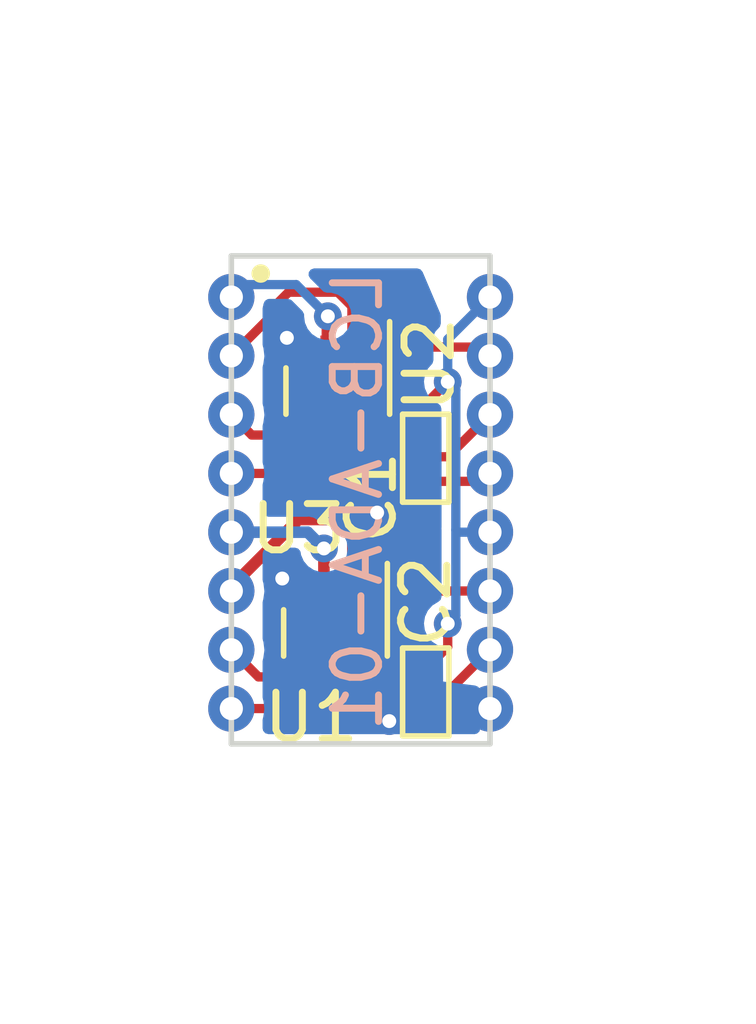
<source format=kicad_pcb>
(kicad_pcb (version 20211014) (generator pcbnew)
  (layers (0 "F.Cu" signal) (31 "B.Cu" signal) (34 "B.Paste" user) (35 "F.Paste" user) (36 "B.SilkS" user "B.Silkscreen") (37 "F.SilkS" user "F.Silkscreen") (38 "B.Mask" user) (39 "F.Mask" user) (44 "Edge.Cuts" user))
  (net 0 "")
  (net 1 "+3V3")
  (net 2 "GND")
  (net 3 "/OP1_POS")
  (net 4 "/OP1_NEG")
  (net 5 "/OP2_POS")
  (net 6 "/OP2_NEG")
  (net 7 "/OP3_POS")
  (net 8 "/OP3_NEG")
  (net 9 "/OP4_POS")
  (net 10 "/OP4_NEG")
  (net 11 "/OP4_OUT")
  (net 12 "/OP3_OUT")
  (net 13 "/OP2_OUT")
  (net 14 "/OP1_OUT")
  (footprint "LEA_FootprintLibrary:WSON-8-1EP_2x2mm_P0.5mm_EP0.9x1.6mm" (layer "F.Cu") (at 72.45 81.35 -90)
    (fp_text reference "U2" (at -0.575 -1.975 90) (layer "F.SilkS"))
    (fp_text value "OP_2_TLV7012_WSON8")
    (fp_line (start 0.5 1.12) (end -0.5 1.12) (layer "F.SilkS") (width 0.12))
    (fp_line (start -1.5 -1.12) (end 0.5 -1.12) (layer "F.SilkS") (width 0.12))
    (pad "1" smd rect (at -0.95 -0.75 270) (size 0.5 0.25) (layers "F.Cu" "F.Paste" "F.Mask") (net 14 "/OP1_OUT"))
    (pad "2" smd rect (at -0.95 -0.25 270) (size 0.5 0.25) (layers "F.Cu" "F.Paste" "F.Mask") (net 4 "/OP1_NEG"))
    (pad "3" smd rect (at -0.95 0.25 270) (size 0.5 0.25) (layers "F.Cu" "F.Paste" "F.Mask") (net 3 "/OP1_POS"))
    (pad "4" smd rect (at -0.95 0.75 270) (size 0.5 0.25) (layers "F.Cu" "F.Paste" "F.Mask") (net 2 "GND"))
    (pad "5" smd rect (at 0.95 0.75 270) (size 0.5 0.25) (layers "F.Cu" "F.Paste" "F.Mask") (net 5 "/OP2_POS"))
    (pad "6" smd rect (at 0.95 0.25 270) (size 0.5 0.25) (layers "F.Cu" "F.Paste" "F.Mask") (net 6 "/OP2_NEG"))
    (pad "7" smd rect (at 0.95 -0.25 270) (size 0.5 0.25) (layers "F.Cu" "F.Paste" "F.Mask") (net 13 "/OP2_OUT"))
    (pad "8" smd rect (at 0.95 -0.75 270) (size 0.5 0.25) (layers "F.Cu" "F.Paste" "F.Mask") (net 1 "+3V3"))
    (pad "9" smd rect (at 0 0 270) (size 0.9 1.6) (layers "F.Cu" "F.Mask"))
  )
  (footprint "LEA_FootprintLibrary:WSON-8-1EP_2x2mm_P0.5mm_EP0.9x1.6mm" (layer "F.Cu") (at 72.4 86.575 -90)
    (fp_text reference "U3" (at -2.25 0.8 180) (layer "F.SilkS"))
    (fp_text value "OP_2_TLV7012_WSON8")
    (fp_line (start -1.5 -1.12) (end 0.5 -1.12) (layer "F.SilkS") (width 0.12))
    (fp_line (start 0.5 1.12) (end -0.5 1.12) (layer "F.SilkS") (width 0.12))
    (pad "1" smd rect (at -0.95 -0.75 270) (size 0.5 0.25) (layers "F.Cu" "F.Paste" "F.Mask") (net 12 "/OP3_OUT"))
    (pad "2" smd rect (at -0.95 -0.25 270) (size 0.5 0.25) (layers "F.Cu" "F.Paste" "F.Mask") (net 8 "/OP3_NEG"))
    (pad "3" smd rect (at -0.95 0.25 270) (size 0.5 0.25) (layers "F.Cu" "F.Paste" "F.Mask") (net 7 "/OP3_POS"))
    (pad "4" smd rect (at -0.95 0.75 270) (size 0.5 0.25) (layers "F.Cu" "F.Paste" "F.Mask") (net 2 "GND"))
    (pad "5" smd rect (at 0.95 0.75 270) (size 0.5 0.25) (layers "F.Cu" "F.Paste" "F.Mask") (net 9 "/OP4_POS"))
    (pad "6" smd rect (at 0.95 0.25 270) (size 0.5 0.25) (layers "F.Cu" "F.Paste" "F.Mask") (net 10 "/OP4_NEG"))
    (pad "7" smd rect (at 0.95 -0.25 270) (size 0.5 0.25) (layers "F.Cu" "F.Paste" "F.Mask") (net 11 "/OP4_OUT"))
    (pad "8" smd rect (at 0.95 -0.75 270) (size 0.5 0.25) (layers "F.Cu" "F.Paste" "F.Mask") (net 1 "+3V3"))
    (pad "9" smd rect (at 0 0 270) (size 0.9 1.6) (layers "F.Cu" "F.Mask"))
  )
  (footprint "LEA_FootprintLibrary:C_0402" (layer "F.Cu") (at 74.35 82.8 -90)
    (fp_text reference "C1" (at 0.85 1.175 90) (layer "F.SilkS"))
    (fp_text value "C_0402_100n_X7R_10P__50V" hide)
    (fp_line (start -0.95 -0.5) (end -0.95 0.5) (layer "F.SilkS") (width 0.12))
    (fp_line (start 0.95 -0.5) (end -0.95 -0.5) (layer "F.SilkS") (width 0.12))
    (fp_line (start -0.95 0.5) (end 0.95 0.5) (layer "F.SilkS") (width 0.12))
    (fp_line (start 0.95 0.5) (end 0.95 -0.5) (layer "F.SilkS") (width 0.12))
    (pad "1" smd roundrect (at -0.5 0 270) (size 0.5 0.6) (layers "F.Cu" "F.Paste" "F.Mask") (net 1 "+3V3"))
    (pad "2" smd roundrect (at 0.5 0 270) (size 0.5 0.6) (layers "F.Cu" "F.Paste" "F.Mask") (net 2 "GND"))
  )
  (footprint "LEA_FootprintLibrary:ADAPTER_Soic16" (layer "F.Cu") (at 73.325 83.764)
    (fp_text reference "U1" (at -1.45 4.636 unlocked) (layer "F.SilkS"))
    (fp_text value "ADAPTER_OP_SOIC_16")
    (fp_circle (center -2.54 -4.953) (end -2.54 -4.853) (layer "F.SilkS") (width 0.2) (fill none))
    (fp_line (start 2.413 5.207) (end 2.413 -5.334) (layer "Edge.Cuts") (width 0.12))
    (fp_line (start -3.175 5.207) (end -3.175 -5.334) (layer "Edge.Cuts") (width 0.12))
    (fp_line (start 2.413 -5.334) (end -3.175 -5.334) (layer "Edge.Cuts") (width 0.12))
    (fp_line (start 2.413 5.207) (end -3.175 5.207) (layer "Edge.Cuts") (width 0.12))
    (pad "1" thru_hole circle (at -3.175 -4.445) (size 1 1) (drill 0.5) (property pad_prop_castellated) (layers *.Cu *.Mask) (net 3 "/OP1_POS"))
    (pad "2" thru_hole circle (at -3.175 -3.175) (size 1 1) (drill 0.5) (property pad_prop_castellated) (layers *.Cu *.Mask) (net 4 "/OP1_NEG"))
    (pad "3" thru_hole circle (at -3.175 -1.905) (size 1 1) (drill 0.5) (property pad_prop_castellated) (layers *.Cu *.Mask) (net 5 "/OP2_POS"))
    (pad "4" thru_hole circle (at -3.175 -0.635) (size 1 1) (drill 0.5) (property pad_prop_castellated) (layers *.Cu *.Mask) (net 6 "/OP2_NEG"))
    (pad "5" thru_hole circle (at -3.175 0.635) (size 1 1) (drill 0.5) (property pad_prop_castellated) (layers *.Cu *.Mask) (net 7 "/OP3_POS"))
    (pad "6" thru_hole circle (at -3.175 1.905) (size 1 1) (drill 0.5) (property pad_prop_castellated) (layers *.Cu *.Mask) (net 8 "/OP3_NEG"))
    (pad "7" thru_hole circle (at -3.175 3.175) (size 1 1) (drill 0.5) (property pad_prop_castellated) (layers *.Cu *.Mask) (net 9 "/OP4_POS"))
    (pad "8" thru_hole circle (at -3.175 4.445) (size 1 1) (drill 0.5) (property pad_prop_castellated) (layers *.Cu *.Mask) (net 10 "/OP4_NEG"))
    (pad "9" thru_hole circle (at 2.413 4.445) (size 1 1) (drill 0.5) (property pad_prop_castellated) (layers *.Cu *.Mask) (net 2 "GND"))
    (pad "10" thru_hole circle (at 2.413 3.175) (size 1 1) (drill 0.5) (property pad_prop_castellated) (layers *.Cu *.Mask) (net 11 "/OP4_OUT"))
    (pad "11" thru_hole circle (at 2.413 1.905) (size 1 1) (drill 0.5) (property pad_prop_castellated) (layers *.Cu *.Mask) (net 12 "/OP3_OUT"))
    (pad "12" thru_hole circle (at 2.413 0.635) (size 1 1) (drill 0.5) (property pad_prop_castellated) (layers *.Cu *.Mask) (net 1 "+3V3"))
    (pad "13" thru_hole circle (at 2.413 -0.635) (size 1 1) (drill 0.5) (property pad_prop_castellated) (layers *.Cu *.Mask) (net 2 "GND"))
    (pad "14" thru_hole circle (at 2.413 -1.905) (size 1 1) (drill 0.5) (property pad_prop_castellated) (layers *.Cu *.Mask) (net 13 "/OP2_OUT"))
    (pad "15" thru_hole circle (at 2.413 -3.175) (size 1 1) (drill 0.5) (property pad_prop_castellated) (layers *.Cu *.Mask) (net 14 "/OP1_OUT"))
    (pad "16" thru_hole circle (at 2.413 -4.445) (size 1 1) (drill 0.5) (property pad_prop_castellated) (layers *.Cu *.Mask) (net 1 "+3V3"))
  )
  (footprint "LEA_FootprintLibrary:C_0402" (layer "F.Cu") (at 74.35 87.85 -90)
    (fp_text reference "C2" (at -1.95 0 90) (layer "F.SilkS"))
    (fp_text value "C_0402_100n_X7R_10P__50V" hide)
    (fp_line (start 0.95 0.5) (end 0.95 -0.5) (layer "F.SilkS") (width 0.12))
    (fp_line (start -0.95 -0.5) (end -0.95 0.5) (layer "F.SilkS") (width 0.12))
    (fp_line (start 0.95 -0.5) (end -0.95 -0.5) (layer "F.SilkS") (width 0.12))
    (fp_line (start -0.95 0.5) (end 0.95 0.5) (layer "F.SilkS") (width 0.12))
    (pad "1" smd roundrect (at -0.5 0 270) (size 0.5 0.6) (layers "F.Cu" "F.Paste" "F.Mask") (net 1 "+3V3"))
    (pad "2" smd roundrect (at 0.5 0 270) (size 0.5 0.6) (layers "F.Cu" "F.Paste" "F.Mask") (net 2 "GND"))
  )
  (gr_text "LCB-ADA-01" (at 72.875 83.725 90) (layer "B.SilkS") (effects (font (size 1 1)) (justify mirror)))
  (segment (start 74.825 81.15) (end 74.35 81.625) (width 0.2) (layer "F.Cu") (net 1))
  (segment (start 74.35 81.625) (end 74.35 82.3) (width 0.2) (layer "F.Cu") (net 1))
  (segment (start 74.825 86.875) (end 74.35 87.35) (width 0.2) (layer "F.Cu") (net 1))
  (segment (start 74.825 86.375) (end 74.825 86.875) (width 0.2) (layer "F.Cu") (net 1))
  (segment (start 73.2 82.3) (end 74.35 82.3) (width 0.2) (layer "F.Cu") (net 1))
  (segment (start 73.15 87.525) (end 73.525 87.525) (width 0.25) (layer "F.Cu") (net 1))
  (segment (start 73.525 87.525) (end 73.7 87.35) (width 0.25) (layer "F.Cu") (net 1))
  (segment (start 73.7 87.35) (end 74.35 87.35) (width 0.25) (layer "F.Cu") (net 1))
  (via (at 74.825 86.375) (size 0.6) (drill 0.3) (layers "F.Cu" "B.Cu") (net 1))
  (via (at 74.825 81.15) (size 0.6) (drill 0.3) (layers "F.Cu" "B.Cu") (net 1))
  (segment (start 75 86.2) (end 74.825 86.375) (width 0.2) (layer "B.Cu") (net 1))
  (segment (start 75 84.35) (end 75 86.2) (width 0.2) (layer "B.Cu") (net 1))
  (segment (start 74.825 81.15) (end 74.825 80.232) (width 0.2) (layer "B.Cu") (net 1))
  (segment (start 75.049 84.399) (end 75 84.35) (width 0.2) (layer "B.Cu") (net 1))
  (segment (start 75.738 84.399) (end 75.049 84.399) (width 0.2) (layer "B.Cu") (net 1))
  (segment (start 75 81.325) (end 74.825 81.15) (width 0.2) (layer "B.Cu") (net 1))
  (segment (start 75 84.35) (end 75 81.325) (width 0.2) (layer "B.Cu") (net 1))
  (segment (start 74.825 80.232) (end 75.738 79.319) (width 0.2) (layer "B.Cu") (net 1))
  (segment (start 74.35 83.3) (end 73.675 83.975) (width 0.2) (layer "F.Cu") (net 2))
  (segment (start 73.691364 88.35) (end 74.35 88.35) (width 0.2) (layer "F.Cu") (net 2))
  (segment (start 71.35 80.2) (end 71.5 80.2) (width 0.2) (layer "F.Cu") (net 2))
  (segment (start 73.675 83.975) (end 73.3 83.975) (width 0.2) (layer "F.Cu") (net 2))
  (segment (start 74.491 88.209) (end 74.35 88.35) (width 0.2) (layer "F.Cu") (net 2))
  (segment (start 71.25 85.4) (end 71.425 85.4) (width 0.2) (layer "F.Cu") (net 2))
  (segment (start 75.738 88.209) (end 74.491 88.209) (width 0.2) (layer "F.Cu") (net 2))
  (segment (start 74.35 83.3) (end 75.567 83.3) (width 0.2) (layer "F.Cu") (net 2))
  (segment (start 75.567 83.3) (end 75.738 83.129) (width 0.2) (layer "F.Cu") (net 2))
  (segment (start 71.5 80.2) (end 71.7 80.4) (width 0.2) (layer "F.Cu") (net 2))
  (segment (start 73.56149 88.479874) (end 73.691364 88.35) (width 0.2) (layer "F.Cu") (net 2))
  (segment (start 71.425 85.4) (end 71.65 85.625) (width 0.2) (layer "F.Cu") (net 2))
  (via (at 71.35 80.2) (size 0.6) (drill 0.3) (layers "F.Cu" "B.Cu") (net 2))
  (via (at 73.3 83.975) (size 0.6) (drill 0.3) (layers "F.Cu" "B.Cu") (net 2))
  (via (at 73.56149 88.479874) (size 0.6) (drill 0.3) (layers "F.Cu" "B.Cu") (net 2))
  (via (at 71.25 85.4) (size 0.6) (drill 0.3) (layers "F.Cu" "B.Cu") (net 2))
  (segment (start 72.2 80.4) (end 72.2 79.769377) (width 0.2) (layer "F.Cu") (net 3))
  (segment (start 72.2 79.769377) (end 72.235131 79.734246) (width 0.2) (layer "F.Cu") (net 3))
  (via (at 72.235131 79.734246) (size 0.6) (drill 0.3) (layers "F.Cu" "B.Cu") (net 3))
  (segment (start 72.235131 79.734246) (end 71.550885 79.05) (width 0.2) (layer "B.Cu") (net 3))
  (segment (start 70.419 79.05) (end 70.15 79.319) (width 0.2) (layer "B.Cu") (net 3))
  (segment (start 71.550885 79.05) (end 70.419 79.05) (width 0.2) (layer "B.Cu") (net 3))
  (segment (start 71.005 79.595) (end 71.005 79.734) (width 0.2) (layer "F.Cu") (net 4))
  (segment (start 72.7 80.4) (end 72.755131 80.344869) (width 0.2) (layer "F.Cu") (net 4))
  (segment (start 71.385754 79.214246) (end 71.005 79.595) (width 0.2) (layer "F.Cu") (net 4))
  (segment (start 71.005 79.734) (end 70.15 80.589) (width 0.2) (layer "F.Cu") (net 4))
  (segment (start 72.755131 80.344869) (end 72.755131 79.518854) (width 0.2) (layer "F.Cu") (net 4))
  (segment (start 72.755131 79.518854) (end 72.450523 79.214246) (width 0.2) (layer "F.Cu") (net 4))
  (segment (start 72.450523 79.214246) (end 71.385754 79.214246) (width 0.2) (layer "F.Cu") (net 4))
  (segment (start 70.591 82.3) (end 70.15 81.859) (width 0.2) (layer "F.Cu") (net 5))
  (segment (start 71.7 82.3) (end 70.591 82.3) (width 0.2) (layer "F.Cu") (net 5))
  (segment (start 71.821 83.129) (end 70.15 83.129) (width 0.2) (layer "F.Cu") (net 6))
  (segment (start 72.2 82.75) (end 71.821 83.129) (width 0.2) (layer "F.Cu") (net 6))
  (segment (start 72.2 82.3) (end 72.2 82.75) (width 0.2) (layer "F.Cu") (net 6))
  (segment (start 72.15 84.75) (end 72.15 85.625) (width 0.25) (layer "F.Cu") (net 7))
  (via (at 72.15 84.75) (size 0.6) (drill 0.3) (layers "F.Cu" "B.Cu") (net 7))
  (segment (start 71.799 84.399) (end 70.15 84.399) (width 0.25) (layer "B.Cu") (net 7))
  (segment (start 72.15 84.75) (end 71.799 84.399) (width 0.25) (layer "B.Cu") (net 7))
  (segment (start 72.65 85.125) (end 72.775 85) (width 0.25) (layer "F.Cu") (net 8))
  (segment (start 70.15 85.575) (end 70.15 85.669) (width 0.25) (layer "F.Cu") (net 8))
  (segment (start 72.775 85) (end 72.775 84.475) (width 0.25) (layer "F.Cu") (net 8))
  (segment (start 72.65 85.625) (end 72.65 85.125) (width 0.25) (layer "F.Cu") (net 8))
  (segment (start 71.6 84.125) (end 70.15 85.575) (width 0.25) (layer "F.Cu") (net 8))
  (segment (start 72.425 84.125) (end 71.6 84.125) (width 0.25) (layer "F.Cu") (net 8))
  (segment (start 72.775 84.475) (end 72.425 84.125) (width 0.25) (layer "F.Cu") (net 8))
  (segment (start 70.736 87.525) (end 70.15 86.939) (width 0.2) (layer "F.Cu") (net 9))
  (segment (start 71.65 87.525) (end 70.736 87.525) (width 0.2) (layer "F.Cu") (net 9))
  (segment (start 72.15 88) (end 72.15 87.525) (width 0.2) (layer "F.Cu") (net 10))
  (segment (start 70.15 88.209) (end 71.941 88.209) (width 0.2) (layer "F.Cu") (net 10))
  (segment (start 71.941 88.209) (end 72.15 88) (width 0.2) (layer "F.Cu") (net 10))
  (segment (start 72.68 87.995) (end 72.65 87.965) (width 0.2) (layer "F.Cu") (net 11))
  (segment (start 75.738 86.939) (end 74.875 87.802) (width 0.2) (layer "F.Cu") (net 11))
  (segment (start 74.875 87.85) (end 74.85 87.875) (width 0.2) (layer "F.Cu") (net 11))
  (segment (start 74.875 87.802) (end 74.875 87.85) (width 0.2) (layer "F.Cu") (net 11))
  (segment (start 72.65 87.965) (end 72.65 87.525) (width 0.2) (layer "F.Cu") (net 11))
  (segment (start 73.375 87.995) (end 72.68 87.995) (width 0.2) (layer "F.Cu") (net 11))
  (segment (start 73.495 87.875) (end 73.375 87.995) (width 0.2) (layer "F.Cu") (net 11))
  (segment (start 74.85 87.875) (end 73.495 87.875) (width 0.2) (layer "F.Cu") (net 11))
  (segment (start 73.194 85.669) (end 73.15 85.625) (width 0.2) (layer "F.Cu") (net 12))
  (segment (start 75.738 85.669) (end 73.194 85.669) (width 0.2) (layer "F.Cu") (net 12))
  (segment (start 73.812096 83.05) (end 72.9 83.05) (width 0.2) (layer "F.Cu") (net 13))
  (segment (start 72.7 82.85) (end 72.7 82.3) (width 0.2) (layer "F.Cu") (net 13))
  (segment (start 74.668952 82.768952) (end 74.667904 82.77) (width 0.2) (layer "F.Cu") (net 13))
  (segment (start 74.828048 82.768952) (end 74.668952 82.768952) (width 0.2) (layer "F.Cu") (net 13))
  (segment (start 75.738 81.859) (end 74.828048 82.768952) (width 0.2) (layer "F.Cu") (net 13))
  (segment (start 74.667904 82.77) (end 74.092096 82.77) (width 0.2) (layer "F.Cu") (net 13))
  (segment (start 72.9 83.05) (end 72.7 82.85) (width 0.2) (layer "F.Cu") (net 13))
  (segment (start 74.092096 82.77) (end 73.812096 83.05) (width 0.2) (layer "F.Cu") (net 13))
  (segment (start 75.549 80.4) (end 75.738 80.589) (width 0.2) (layer "F.Cu") (net 14))
  (segment (start 73.2 80.4) (end 75.549 80.4) (width 0.2) (layer "F.Cu") (net 14))
  (zone (net 2) (net_name "GND") (layer "B.Cu") (connect_pads yes (clearance 0.208)) (min_thickness 0.254) (fill yes (thermal_gap 0.508) (thermal_bridge_width 0.508))
    (polygon (pts (xy 74.675 79.7) (xy 74.725 87.625) (xy 75.725 87.75) (xy 75.65 88.8) (xy 70.825 88.8) (xy 70.825 78.7) (xy 74.25 78.7)))
  )
)
</source>
